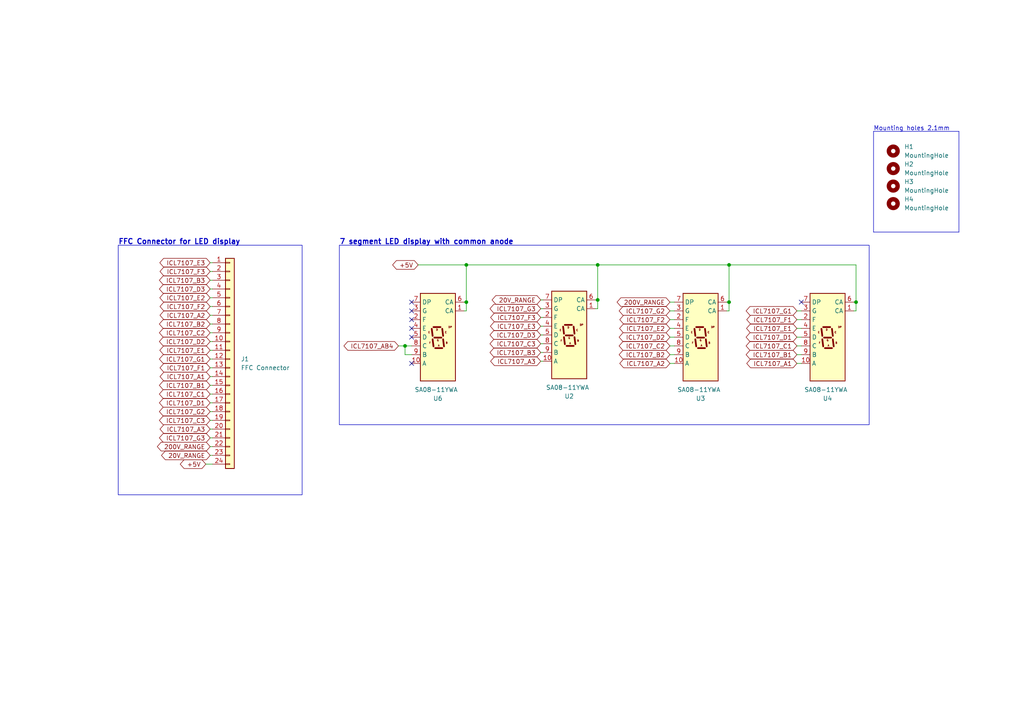
<source format=kicad_sch>
(kicad_sch (version 20230121) (generator eeschema)
  (paper "A4")
  (title_block (title "Uređaj za merenje efektivne vrednosti AC napona") (date "2024-01-24") (rev "0.2") (company "Srđan Milkić") (comment 4 "FFC Konektor i LED display"))
  (lib_symbols
    (symbol "Connector_Generic:Conn_01x24" (pin_names (offset 1.016) hide)
      (property "Reference" "J" (at 0 30.48 0))
      (property "Value" "Conn_01x24" (at 0 -33.02 0))
      (symbol "Conn_01x24_1_1"
        (rectangle (start -1.27 -30.353) (end 0 -30.607) (stroke (width 0.1524)))
        (rectangle (start -1.27 -27.813) (end 0 -28.067) (stroke (width 0.1524)))
        (rectangle (start -1.27 -25.273) (end 0 -25.527) (stroke (width 0.1524)))
        (rectangle (start -1.27 -22.733) (end 0 -22.987) (stroke (width 0.1524)))
        (rectangle (start -1.27 -20.193) (end 0 -20.447) (stroke (width 0.1524)))
        (rectangle (start -1.27 -17.653) (end 0 -17.907) (stroke (width 0.1524)))
        (rectangle (start -1.27 -15.113) (end 0 -15.367) (stroke (width 0.1524)))
        (rectangle (start -1.27 -12.573) (end 0 -12.827) (stroke (width 0.1524)))
        (rectangle (start -1.27 -10.033) (end 0 -10.287) (stroke (width 0.1524)))
        (rectangle (start -1.27 -7.493) (end 0 -7.747) (stroke (width 0.1524)))
        (rectangle (start -1.27 -4.953) (end 0 -5.207) (stroke (width 0.1524)))
        (rectangle (start -1.27 -2.413) (end 0 -2.667) (stroke (width 0.1524)))
        (rectangle (start -1.27 0.127) (end 0 -0.127) (stroke (width 0.1524)))
        (rectangle (start -1.27 2.667) (end 0 2.413) (stroke (width 0.1524)))
        (rectangle (start -1.27 5.207) (end 0 4.953) (stroke (width 0.1524)))
        (rectangle (start -1.27 7.747) (end 0 7.493) (stroke (width 0.1524)))
        (rectangle (start -1.27 10.287) (end 0 10.033) (stroke (width 0.1524)))
        (rectangle (start -1.27 12.827) (end 0 12.573) (stroke (width 0.1524)))
        (rectangle (start -1.27 15.367) (end 0 15.113) (stroke (width 0.1524)))
        (rectangle (start -1.27 17.907) (end 0 17.653) (stroke (width 0.1524)))
        (rectangle (start -1.27 20.447) (end 0 20.193) (stroke (width 0.1524)))
        (rectangle (start -1.27 22.987) (end 0 22.733) (stroke (width 0.1524)))
        (rectangle (start -1.27 25.527) (end 0 25.273) (stroke (width 0.1524)))
        (rectangle (start -1.27 28.067) (end 0 27.813) (stroke (width 0.1524)))
        (rectangle (start -1.27 29.21) (end 1.27 -31.75) (stroke (width 0.254)) (fill (type background)))
        (pin passive line (at -5.08 27.94 0) (length 3.81) (name "Pin_1") (number "1"))
        (pin passive line (at -5.08 5.08 0) (length 3.81) (name "Pin_10") (number "10"))
        (pin passive line (at -5.08 2.54 0) (length 3.81) (name "Pin_11") (number "11"))
        (pin passive line (at -5.08 0 0) (length 3.81) (name "Pin_12") (number "12"))
        (pin passive line (at -5.08 -2.54 0) (length 3.81) (name "Pin_13") (number "13"))
        (pin passive line (at -5.08 -5.08 0) (length 3.81) (name "Pin_14") (number "14"))
        (pin passive line (at -5.08 -7.62 0) (length 3.81) (name "Pin_15") (number "15"))
        (pin passive line (at -5.08 -10.16 0) (length 3.81) (name "Pin_16") (number "16"))
        (pin passive line (at -5.08 -12.7 0) (length 3.81) (name "Pin_17") (number "17"))
        (pin passive line (at -5.08 -15.24 0) (length 3.81) (name "Pin_18") (number "18"))
        (pin passive line (at -5.08 -17.78 0) (length 3.81) (name "Pin_19") (number "19"))
        (pin passive line (at -5.08 25.4 0) (length 3.81) (name "Pin_2") (number "2"))
        (pin passive line (at -5.08 -20.32 0) (length 3.81) (name "Pin_20") (number "20"))
        (pin passive line (at -5.08 -22.86 0) (length 3.81) (name "Pin_21") (number "21"))
        (pin passive line (at -5.08 -25.4 0) (length 3.81) (name "Pin_22") (number "22"))
        (pin passive line (at -5.08 -27.94 0) (length 3.81) (name "Pin_23") (number "23"))
        (pin passive line (at -5.08 -30.48 0) (length 3.81) (name "Pin_24") (number "24"))
        (pin passive line (at -5.08 22.86 0) (length 3.81) (name "Pin_3") (number "3"))
        (pin passive line (at -5.08 20.32 0) (length 3.81) (name "Pin_4") (number "4"))
        (pin passive line (at -5.08 17.78 0) (length 3.81) (name "Pin_5") (number "5"))
        (pin passive line (at -5.08 15.24 0) (length 3.81) (name "Pin_6") (number "6"))
        (pin passive line (at -5.08 12.7 0) (length 3.81) (name "Pin_7") (number "7"))
        (pin passive line (at -5.08 10.16 0) (length 3.81) (name "Pin_8") (number "8"))
        (pin passive line (at -5.08 7.62 0) (length 3.81) (name "Pin_9") (number "9"))
      )
    )
    (symbol "Display_Character:HDSP-7401"
      (property "Reference" "U" (at -3.81 13.97 0))
      (property "Value" "HDSP-7401" (at 6.35 13.97 0))
      (symbol "HDSP-7401_1_0"
        (text "A" (at 0.254 2.413 0) (effects (font (size 0.508 0.508))))
        (text "B" (at 2.54 1.651 0) (effects (font (size 0.508 0.508))))
        (text "C" (at 2.286 -1.397 0) (effects (font (size 0.508 0.508))))
        (text "D" (at -0.254 -2.159 0) (effects (font (size 0.508 0.508))))
        (text "DP" (at 3.556 -2.921 0) (effects (font (size 0.508 0.508))))
        (text "E" (at -2.54 -1.397 0) (effects (font (size 0.508 0.508))))
        (text "F" (at -2.286 1.651 0) (effects (font (size 0.508 0.508))))
        (text "G" (at 0 0.889 0) (effects (font (size 0.508 0.508))))
      )
      (symbol "HDSP-7401_1_1"
        (rectangle (start -5.08 12.7) (end 5.08 -12.7) (stroke (width 0.254)) (fill (type background)))
        (polyline (pts (xy -1.524 -0.381) (xy -1.778 -2.413)) (stroke (width 0.508)))
        (polyline (pts (xy -1.27 -2.921) (xy 0.762 -2.921)) (stroke (width 0.508)))
        (polyline (pts (xy -1.27 2.667) (xy -1.524 0.635)) (stroke (width 0.508)))
        (polyline (pts (xy -1.016 0.127) (xy 1.016 0.127)) (stroke (width 0.508)))
        (polyline (pts (xy -0.762 3.175) (xy 1.27 3.175)) (stroke (width 0.508)))
        (polyline (pts (xy 1.524 -0.381) (xy 1.27 -2.413)) (stroke (width 0.508)))
        (polyline (pts (xy 1.778 2.667) (xy 1.524 0.635)) (stroke (width 0.508)))
        (polyline (pts (xy 2.54 -2.921) (xy 2.54 -2.921)) (stroke (width 0.508)))
        (pin input line (at 7.62 -7.62 180) (length 2.54) (name "CA") (number "1"))
        (pin input line (at -7.62 7.62 0) (length 2.54) (name "A") (number "10"))
        (pin input line (at -7.62 -5.08 0) (length 2.54) (name "F") (number "2"))
        (pin input line (at -7.62 -7.62 0) (length 2.54) (name "G") (number "3"))
        (pin input line (at -7.62 -2.54 0) (length 2.54) (name "E") (number "4"))
        (pin input line (at -7.62 0 0) (length 2.54) (name "D") (number "5"))
        (pin input line (at 7.62 -10.16 180) (length 2.54) (name "CA") (number "6"))
        (pin input line (at -7.62 -10.16 0) (length 2.54) (name "DP") (number "7"))
        (pin input line (at -7.62 2.54 0) (length 2.54) (name "C") (number "8"))
        (pin input line (at -7.62 5.08 0) (length 2.54) (name "B") (number "9"))
      )
    )
    (symbol "Mechanical:MountingHole" (pin_names (offset 1.016))
      (property "Reference" "H" (at 0 5.08 0))
      (property "Value" "MountingHole" (at 0 3.175 0))
      (symbol "MountingHole_0_1"
        (circle (center 0 0) (radius 1.27) (stroke (width 1.27)))
      )
    )
  )
  (junction (at 211.455 87.63))
  (junction (at 135.255 76.835))
  (junction (at 135.255 87.63))
  (junction (at 248.285 87.63))
  (junction (at 117.475 100.33))
  (junction (at 211.455 76.835))
  (junction (at 173.355 76.835))
  (junction (at 173.355 86.995))
  (no_connect (at 119.38 87.63))
  (no_connect (at 119.38 97.79))
  (no_connect (at 119.38 105.41))
  (no_connect (at 119.38 95.25))
  (no_connect (at 119.38 90.17))
  (no_connect (at 232.41 87.63))
  (no_connect (at 119.38 92.71))
  (wire (pts (xy 60.96 88.9) (xy 61.595 88.9)))
  (wire (pts (xy 60.96 127) (xy 61.595 127)))
  (wire (pts (xy 121.285 76.835) (xy 135.255 76.835)))
  (wire (pts (xy 173.355 76.835) (xy 211.455 76.835)))
  (wire (pts (xy 135.255 76.835) (xy 135.255 87.63)))
  (wire (pts (xy 60.96 121.92) (xy 61.595 121.92)))
  (wire (pts (xy 172.72 86.995) (xy 173.355 86.995)))
  (wire (pts (xy 60.96 124.46) (xy 61.595 124.46)))
  (wire (pts (xy 60.96 111.76) (xy 61.595 111.76)))
  (wire (pts (xy 231.14 97.79) (xy 232.41 97.79)))
  (wire (pts (xy 194.31 102.87) (xy 195.58 102.87)))
  (wire (pts (xy 117.475 100.33) (xy 117.475 102.87)))
  (wire (pts (xy 117.475 100.33) (xy 119.38 100.33)))
  (wire (pts (xy 156.845 102.235) (xy 157.48 102.235)))
  (wire (pts (xy 60.96 114.3) (xy 61.595 114.3)))
  (wire (pts (xy 194.31 97.79) (xy 195.58 97.79)))
  (wire (pts (xy 61.595 134.62) (xy 59.69 134.62)))
  (wire (pts (xy 211.455 87.63) (xy 211.455 90.17)))
  (polyline (pts (xy 253.365 67.31) (xy 278.13 67.31)))
  (wire (pts (xy 60.96 116.84) (xy 61.595 116.84)))
  (wire (pts (xy 60.96 132.08) (xy 61.595 132.08)))
  (wire (pts (xy 60.96 83.82) (xy 61.595 83.82)))
  (wire (pts (xy 60.96 91.44) (xy 61.595 91.44)))
  (wire (pts (xy 194.31 90.17) (xy 195.58 90.17)))
  (wire (pts (xy 210.82 87.63) (xy 211.455 87.63)))
  (wire (pts (xy 211.455 76.835) (xy 248.285 76.835)))
  (wire (pts (xy 115.57 100.33) (xy 117.475 100.33)))
  (wire (pts (xy 156.845 92.075) (xy 157.48 92.075)))
  (wire (pts (xy 60.96 109.22) (xy 61.595 109.22)))
  (wire (pts (xy 117.475 102.87) (xy 119.38 102.87)))
  (wire (pts (xy 173.355 86.995) (xy 173.355 89.535)))
  (wire (pts (xy 156.845 86.995) (xy 157.48 86.995)))
  (wire (pts (xy 231.14 95.25) (xy 232.41 95.25)))
  (wire (pts (xy 134.62 87.63) (xy 135.255 87.63)))
  (wire (pts (xy 60.96 78.74) (xy 61.595 78.74)))
  (wire (pts (xy 248.285 87.63) (xy 248.285 90.17)))
  (wire (pts (xy 60.96 99.06) (xy 61.595 99.06)))
  (wire (pts (xy 60.96 96.52) (xy 61.595 96.52)))
  (wire (pts (xy 60.96 101.6) (xy 61.595 101.6)))
  (wire (pts (xy 156.845 104.775) (xy 157.48 104.775)))
  (wire (pts (xy 156.845 97.155) (xy 157.48 97.155)))
  (wire (pts (xy 60.96 106.68) (xy 61.595 106.68)))
  (wire (pts (xy 60.96 119.38) (xy 61.595 119.38)))
  (polyline (pts (xy 253.365 38.1) (xy 278.13 38.1)))
  (wire (pts (xy 156.845 99.695) (xy 157.48 99.695)))
  (wire (pts (xy 60.96 76.2) (xy 61.595 76.2)))
  (wire (pts (xy 194.31 92.71) (xy 195.58 92.71)))
  (wire (pts (xy 60.96 81.28) (xy 61.595 81.28)))
  (wire (pts (xy 194.31 100.33) (xy 195.58 100.33)))
  (wire (pts (xy 248.285 90.17) (xy 247.65 90.17)))
  (wire (pts (xy 135.255 76.835) (xy 173.355 76.835)))
  (wire (pts (xy 194.31 95.25) (xy 195.58 95.25)))
  (wire (pts (xy 135.255 87.63) (xy 135.255 90.17)))
  (wire (pts (xy 231.14 105.41) (xy 232.41 105.41)))
  (wire (pts (xy 134.62 90.17) (xy 135.255 90.17)))
  (wire (pts (xy 231.14 92.71) (xy 232.41 92.71)))
  (wire (pts (xy 231.14 90.17) (xy 232.41 90.17)))
  (wire (pts (xy 60.96 93.98) (xy 61.595 93.98)))
  (polyline (pts (xy 278.13 67.31) (xy 278.13 38.1)))
  (wire (pts (xy 60.96 129.54) (xy 61.595 129.54)))
  (wire (pts (xy 60.96 86.36) (xy 61.595 86.36)))
  (polyline (pts (xy 253.365 38.1) (xy 253.365 67.31)))
  (wire (pts (xy 247.65 87.63) (xy 248.285 87.63)))
  (wire (pts (xy 210.82 90.17) (xy 211.455 90.17)))
  (wire (pts (xy 156.845 94.615) (xy 157.48 94.615)))
  (wire (pts (xy 173.355 76.835) (xy 173.355 86.995)))
  (wire (pts (xy 211.455 76.835) (xy 211.455 87.63)))
  (wire (pts (xy 231.14 100.33) (xy 232.41 100.33)))
  (wire (pts (xy 60.96 104.14) (xy 61.595 104.14)))
  (wire (pts (xy 231.14 102.87) (xy 232.41 102.87)))
  (wire (pts (xy 173.355 89.535) (xy 172.72 89.535)))
  (wire (pts (xy 194.31 105.41) (xy 195.58 105.41)))
  (wire (pts (xy 194.31 87.63) (xy 195.58 87.63)))
  (wire (pts (xy 248.285 76.835) (xy 248.285 87.63)))
  (wire (pts (xy 156.845 89.535) (xy 157.48 89.535)))
  (rectangle (start 34.29 71.12) (end 87.63 143.51))
  (rectangle (start 98.425 71.12) (end 252.095 123.19))
  (text "FFC Connector for LED display\n" (at 34.29 71.12 0) (effects (font (size 1.5 1.5) (thickness 0.3) bold) (justify left bottom)))
  (text "7 segment LED display with common anode" (at 98.425 71.12 0) (effects (font (size 1.5 1.5) (thickness 0.3) bold) (justify left bottom)))
  (text "Mounting holes 2.1mm\n" (at 253.365 38.1 0) (effects (font (size 1.27 1.27)) (justify left bottom)))
  (global_label "ICL7107_AB4" (shape bidirectional) (at 115.57 100.33 180) (property "Intersheetrefs" "${INTERSHEET_REFS}" (effects hide)))
  (global_label "ICL7107_B3" (shape bidirectional) (at 156.845 102.235 180) (property "Intersheetrefs" "${INTERSHEET_REFS}" (effects hide)))
  (global_label "ICL7107_F2" (shape bidirectional) (at 60.96 88.9 180) (property "Intersheetrefs" "${INTERSHEET_REFS}" (effects hide)))
  (global_label "ICL7107_F1" (shape bidirectional) (at 231.14 92.71 180) (property "Intersheetrefs" "${INTERSHEET_REFS}" (effects hide)))
  (global_label "ICL7107_F3" (shape bidirectional) (at 156.845 92.075 180) (property "Intersheetrefs" "${INTERSHEET_REFS}" (effects hide)))
  (global_label "+5V" (shape bidirectional) (at 59.69 134.62 180) (property "Intersheetrefs" "${INTERSHEET_REFS}" (effects hide)))
  (global_label "ICL7107_G1" (shape bidirectional) (at 60.96 104.14 180) (property "Intersheetrefs" "${INTERSHEET_REFS}" (effects hide)))
  (global_label "ICL7107_A3" (shape bidirectional) (at 156.845 104.775 180) (property "Intersheetrefs" "${INTERSHEET_REFS}" (effects hide)))
  (global_label "200V_RANGE" (shape bidirectional) (at 60.96 129.54 180) (property "Intersheetrefs" "${INTERSHEET_REFS}" (effects hide)))
  (global_label "ICL7107_B3" (shape bidirectional) (at 60.96 81.28 180) (property "Intersheetrefs" "${INTERSHEET_REFS}" (effects hide)))
  (global_label "ICL7107_A1" (shape bidirectional) (at 60.96 109.22 180) (property "Intersheetrefs" "${INTERSHEET_REFS}" (effects hide)))
  (global_label "ICL7107_A2" (shape bidirectional) (at 194.31 105.41 180) (property "Intersheetrefs" "${INTERSHEET_REFS}" (effects hide)))
  (global_label "ICL7107_E1" (shape bidirectional) (at 231.14 95.25 180) (property "Intersheetrefs" "${INTERSHEET_REFS}" (effects hide)))
  (global_label "200V_RANGE" (shape bidirectional) (at 194.31 87.63 180) (property "Intersheetrefs" "${INTERSHEET_REFS}" (effects hide)))
  (global_label "ICL7107_A3" (shape bidirectional) (at 60.96 124.46 180) (property "Intersheetrefs" "${INTERSHEET_REFS}" (effects hide)))
  (global_label "ICL7107_F2" (shape bidirectional) (at 194.31 92.71 180) (property "Intersheetrefs" "${INTERSHEET_REFS}" (effects hide)))
  (global_label "ICL7107_A1" (shape bidirectional) (at 231.14 105.41 180) (property "Intersheetrefs" "${INTERSHEET_REFS}" (effects hide)))
  (global_label "ICL7107_G2" (shape bidirectional) (at 194.31 90.17 180) (property "Intersheetrefs" "${INTERSHEET_REFS}" (effects hide)))
  (global_label "ICL7107_B1" (shape bidirectional) (at 231.14 102.87 180) (property "Intersheetrefs" "${INTERSHEET_REFS}" (effects hide)))
  (global_label "+5V" (shape bidirectional) (at 121.285 76.835 180) (property "Intersheetrefs" "${INTERSHEET_REFS}" (effects hide)))
  (global_label "ICL7107_E2" (shape bidirectional) (at 60.96 86.36 180) (property "Intersheetrefs" "${INTERSHEET_REFS}" (effects hide)))
  (global_label "ICL7107_D1" (shape bidirectional) (at 231.14 97.79 180) (property "Intersheetrefs" "${INTERSHEET_REFS}" (effects hide)))
  (global_label "ICL7107_F3" (shape bidirectional) (at 60.96 78.74 180) (property "Intersheetrefs" "${INTERSHEET_REFS}" (effects hide)))
  (global_label "ICL7107_E3" (shape bidirectional) (at 60.96 76.2 180) (property "Intersheetrefs" "${INTERSHEET_REFS}" (effects hide)))
  (global_label "ICL7107_E3" (shape bidirectional) (at 156.845 94.615 180) (property "Intersheetrefs" "${INTERSHEET_REFS}" (effects hide)))
  (global_label "ICL7107_D3" (shape bidirectional) (at 60.96 83.82 180) (property "Intersheetrefs" "${INTERSHEET_REFS}" (effects hide)))
  (global_label "ICL7107_A2" (shape bidirectional) (at 60.96 91.44 180) (property "Intersheetrefs" "${INTERSHEET_REFS}" (effects hide)))
  (global_label "ICL7107_G2" (shape bidirectional) (at 60.96 119.38 180) (property "Intersheetrefs" "${INTERSHEET_REFS}" (effects hide)))
  (global_label "ICL7107_D2" (shape bidirectional) (at 194.31 97.79 180) (property "Intersheetrefs" "${INTERSHEET_REFS}" (effects hide)))
  (global_label "ICL7107_D1" (shape bidirectional) (at 60.96 116.84 180) (property "Intersheetrefs" "${INTERSHEET_REFS}" (effects hide)))
  (global_label "20V_RANGE" (shape bidirectional) (at 60.96 132.08 180) (property "Intersheetrefs" "${INTERSHEET_REFS}" (effects hide)))
  (global_label "ICL7107_E2" (shape bidirectional) (at 194.31 95.25 180) (property "Intersheetrefs" "${INTERSHEET_REFS}" (effects hide)))
  (global_label "ICL7107_G1" (shape bidirectional) (at 231.14 90.17 180) (property "Intersheetrefs" "${INTERSHEET_REFS}" (effects hide)))
  (global_label "ICL7107_C2" (shape bidirectional) (at 60.96 96.52 180) (property "Intersheetrefs" "${INTERSHEET_REFS}" (effects hide)))
  (global_label "ICL7107_C1" (shape bidirectional) (at 231.14 100.33 180) (property "Intersheetrefs" "${INTERSHEET_REFS}" (effects hide)))
  (global_label "ICL7107_E1" (shape bidirectional) (at 60.96 101.6 180) (property "Intersheetrefs" "${INTERSHEET_REFS}" (effects hide)))
  (global_label "ICL7107_B2" (shape bidirectional) (at 60.96 93.98 180) (property "Intersheetrefs" "${INTERSHEET_REFS}" (effects hide)))
  (global_label "ICL7107_G3" (shape bidirectional) (at 60.96 127 180) (property "Intersheetrefs" "${INTERSHEET_REFS}" (effects hide)))
  (global_label "ICL7107_D3" (shape bidirectional) (at 156.845 97.155 180) (property "Intersheetrefs" "${INTERSHEET_REFS}" (effects hide)))
  (global_label "20V_RANGE" (shape bidirectional) (at 156.845 86.995 180) (property "Intersheetrefs" "${INTERSHEET_REFS}" (effects hide)))
  (global_label "ICL7107_C1" (shape bidirectional) (at 60.96 114.3 180) (property "Intersheetrefs" "${INTERSHEET_REFS}" (effects hide)))
  (global_label "ICL7107_G3" (shape bidirectional) (at 156.845 89.535 180) (property "Intersheetrefs" "${INTERSHEET_REFS}" (effects hide)))
  (global_label "ICL7107_C3" (shape bidirectional) (at 156.845 99.695 180) (property "Intersheetrefs" "${INTERSHEET_REFS}" (effects hide)))
  (global_label "ICL7107_B2" (shape bidirectional) (at 194.31 102.87 180) (property "Intersheetrefs" "${INTERSHEET_REFS}" (effects hide)))
  (global_label "ICL7107_D2" (shape bidirectional) (at 60.96 99.06 180) (property "Intersheetrefs" "${INTERSHEET_REFS}" (effects hide)))
  (global_label "ICL7107_B1" (shape bidirectional) (at 60.96 111.76 180) (property "Intersheetrefs" "${INTERSHEET_REFS}" (effects hide)))
  (global_label "ICL7107_F1" (shape bidirectional) (at 60.96 106.68 180) (property "Intersheetrefs" "${INTERSHEET_REFS}" (effects hide)))
  (global_label "ICL7107_C2" (shape bidirectional) (at 194.31 100.33 180) (property "Intersheetrefs" "${INTERSHEET_REFS}" (effects hide)))
  (global_label "ICL7107_C3" (shape bidirectional) (at 60.96 121.92 180) (property "Intersheetrefs" "${INTERSHEET_REFS}" (effects hide)))
  (symbol (lib_id "Mechanical:MountingHole") (at 259.08 59.055 0) (unit 1)
    (property "Reference" "H4" (at 262.255 57.7849 0) (effects (justify left)))
    (property "Value" "MountingHole" (at 262.255 60.3249 0) (effects (justify left)))
    (property "Footprint" "MountingHole:MountingHole_2.1mm" (effects hide))
  )
  (symbol (lib_id "Connector_Generic:Conn_01x24") (at 66.675 104.14 0) (unit 1)
    (property "Reference" "J1" (at 69.85 104.14 0) (effects (justify left)))
    (property "Value" "FFC Connector" (at 69.85 106.68 0) (effects (justify left)))
    (property "Footprint" "priums_lib:FPC_24" (effects hide))
  )
  (symbol (lib_id "Display_Character:HDSP-7401") (at 165.1 97.155 0) (mirror x) (unit 1)
    (property "Reference" "U2" (at 165.1 114.935 0))
    (property "Value" "SA08-11YWA " (at 165.1 112.395 0))
    (property "Footprint" "Display_7Segment:HDSP-7401" (effects hide))
    (property "Datasheet" "https://docs.broadcom.com/docs/AV02-2553EN" (effects hide))
  )
  (symbol (lib_id "Display_Character:HDSP-7401") (at 203.2 97.79 0) (mirror x) (unit 1)
    (property "Reference" "U3" (at 203.2 115.57 0))
    (property "Value" "SA08-11YWA " (at 203.2 113.03 0))
    (property "Footprint" "Display_7Segment:HDSP-7401" (effects hide))
    (property "Datasheet" "https://docs.broadcom.com/docs/AV02-2553EN" (effects hide))
  )
  (symbol (lib_id "Display_Character:HDSP-7401") (at 127 97.79 0) (mirror x) (unit 1)
    (property "Reference" "U6" (at 127 115.57 0))
    (property "Value" "SA08-11YWA " (at 127 113.03 0))
    (property "Footprint" "Display_7Segment:HDSP-7401" (effects hide))
    (property "Datasheet" "https://docs.broadcom.com/docs/AV02-2553EN" (effects hide))
  )
  (symbol (lib_id "Mechanical:MountingHole") (at 259.08 53.975 0) (unit 1)
    (property "Reference" "H3" (at 262.255 52.7049 0) (effects (justify left)))
    (property "Value" "MountingHole" (at 262.255 55.2449 0) (effects (justify left)))
    (property "Footprint" "MountingHole:MountingHole_2.1mm" (effects hide))
  )
  (symbol (lib_id "Display_Character:HDSP-7401") (at 240.03 97.79 0) (mirror x) (unit 1)
    (property "Reference" "U4" (at 240.03 115.57 0))
    (property "Value" "SA08-11YWA " (at 240.03 113.03 0))
    (property "Footprint" "Display_7Segment:HDSP-7401" (effects hide))
    (property "Datasheet" "https://docs.broadcom.com/docs/AV02-2553EN" (effects hide))
  )
  (symbol (lib_id "Mechanical:MountingHole") (at 259.08 43.815 0) (unit 1)
    (property "Reference" "H1" (at 262.255 42.5449 0) (effects (justify left)))
    (property "Value" "MountingHole" (at 262.255 45.0849 0) (effects (justify left)))
    (property "Footprint" "MountingHole:MountingHole_2.1mm" (effects hide))
  )
  (symbol (lib_id "Mechanical:MountingHole") (at 259.08 48.895 0) (unit 1)
    (property "Reference" "H2" (at 262.255 47.6249 0) (effects (justify left)))
    (property "Value" "MountingHole" (at 262.255 50.1649 0) (effects (justify left)))
    (property "Footprint" "MountingHole:MountingHole_2.1mm" (effects hide))
  )
)
</source>
